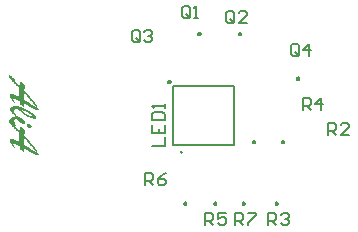
<source format=gto>
%FSTAX23Y23*%
%MOIN*%
%SFA1B1*%

%IPPOS*%
%ADD10C,0.007870*%
%ADD11C,0.003940*%
%ADD12C,0.007000*%
%LNpcb1-1*%
%LPD*%
G36*
X02453Y02834D02*
X02454Y02834D01*
X02455Y02834*
X02456Y02833*
X02458Y02832*
X0246Y02831*
X0246Y02831*
X0246Y0283*
X02461Y02829*
X02463Y02829*
X02464Y02827*
X02466Y02826*
X02467Y02824*
X02469Y02823*
X02469Y02823*
X02469Y02822*
X0247Y02821*
X02471Y0282*
X02471Y02819*
X02472Y02818*
X02473Y02817*
X02473Y02815*
Y02815*
X02473Y02815*
X02473Y02814*
X02472Y02813*
X02487Y028*
Y028*
X02487Y028*
Y02801*
X02487Y02801*
Y02803*
X02487Y02804*
X02487Y02805*
Y02807*
X02487Y02808*
Y02809*
X02487Y02811*
X02488Y02811*
X02488Y02812*
X02488Y02812*
X02488Y02813*
X02489Y02813*
X02489Y02813*
X0249Y02813*
X0249*
X02491Y02813*
X02491Y02813*
X02493Y02813*
X02494Y02812*
X02496Y02811*
X02497Y0281*
X02498Y02809*
X02499Y02808*
X025Y02807*
X025Y02807*
X02501Y02806*
X02501Y02806*
X02502Y02805*
X02503Y02804*
X02503Y02803*
X02504Y02801*
X02505Y028*
Y028*
X02505Y028*
X02505Y02799*
X02505Y02797*
X02505Y02796*
X02505Y02794*
X02506Y02791*
Y02788*
X02505Y02789*
X02505Y0279*
X02505Y02791*
X02505Y02794*
X02504Y02795*
X02504Y02796*
Y02796*
X02504Y02796*
X02503Y02797*
X02502Y02797*
X02502Y02798*
X02501Y02798*
Y02787*
X02501Y02786*
Y02785*
X02501Y02785*
X02502Y02785*
X02502Y02784*
X02503Y02783*
X02504Y02782*
X02505Y02781*
X02507Y0278*
X02508Y02778*
X02511Y02775*
X02514Y02771*
X02518Y02768*
X02521Y02764*
X02521Y02764*
X02521Y02764*
X02522Y02763*
X02522Y02762*
X02523Y02761*
X02524Y0276*
X02525Y02759*
X02526Y02758*
X02529Y02755*
X02531Y02751*
X02534Y02748*
X02537Y02744*
X02537Y02744*
X02537Y02743*
X02538Y02743*
X02538Y02742*
X02539Y02741*
X0254Y0274*
X02541Y02738*
X02542Y02737*
X02543Y02735*
X02544Y02734*
X02546Y0273*
X02549Y02726*
X02551Y02721*
X02551Y02721*
X02551Y02721*
X0255Y0272*
X02549Y0272*
X02548Y02719*
X02547Y02719*
X02546Y02719*
X02545Y02719*
X02544*
X02544*
X02544Y02719*
X02543Y02719*
X02542Y02719*
X02541Y02719*
X0254Y0272*
X02538Y02721*
X02538Y02721*
X02537Y02721*
X02536Y02721*
X02535Y02722*
X02533Y02723*
X02532Y02724*
X02531Y02725*
X02529Y02725*
X02528Y02726*
X02526Y02727*
X02524Y02728*
X02524*
X02524Y02728*
X02523Y02729*
X02523Y02729*
X02522Y0273*
X02521Y0273*
X02519Y02731*
X02518Y02732*
X02516Y02733*
X02515Y02734*
X02511Y02736*
X02507Y02738*
X02503Y0274*
Y02735*
X02503Y02734*
Y0273*
X02503Y0273*
Y02729*
X02503Y02729*
X02502Y02728*
X02501Y02728*
X02501*
X02501Y02728*
X025Y02729*
X02499Y02729*
X02499Y0273*
X02499Y0273*
X02498Y0273*
X02497Y02731*
X02497Y02731*
X02496Y02732*
X02494Y02733*
X02494Y02733*
X02494Y02734*
X02493Y02734*
X02492Y02735*
X02491Y02736*
X0249Y02737*
X02488Y02739*
X02487Y02749*
X02487Y02749*
X02486Y0275*
X02485Y0275*
X02484Y0275*
X02483Y02751*
X02482Y02752*
X02479Y02753*
X02475Y02755*
X02474Y02756*
X02473Y02756*
X02471Y02757*
X0247Y02757*
X02469Y02757*
X02469Y02758*
X02469*
X02469*
X02468Y02757*
X02467Y02757*
X02467Y02757*
X02466Y02756*
X02466Y02755*
X02466Y02754*
Y02754*
X02466Y02754*
X02466Y02753*
X02467Y02753*
X02467Y02752*
X02467Y02752*
X02468Y02751*
X02468Y0275*
X02469Y02749*
X02469Y02747*
X0247Y02746*
X02471Y02744*
X02472Y02742*
X02469Y02743*
X02468Y02743*
X02468Y02744*
X02467Y02745*
X02466Y02746*
X02465Y02748*
X02464Y02749*
X02462Y0275*
X02461Y02752*
X02461Y02752*
X02461Y02752*
X02461Y02753*
X0246Y02754*
X02459Y02755*
X02457Y02757*
X02457Y02758*
X02457Y02758*
X02457Y02758*
X02456Y02759*
X02456Y0276*
X02455Y02762*
Y02762*
X02455Y02762*
X02455Y02763*
X02455Y02763*
X02454Y02764*
X02454Y02766*
Y02766*
X02454Y02767*
X02454Y02767*
X02455Y02768*
X02455Y02769*
X02455Y0277*
X02456Y02771*
X02456Y02771*
X02457Y02771*
X02457Y02771*
X02458Y02772*
X02459Y02772*
X0246Y02772*
X02461Y02773*
X02462Y02773*
X02462*
X02463*
X02463Y02773*
X02464*
X02464Y02772*
X02465Y02772*
X02466Y02772*
X02467Y02772*
X02467*
X02467Y02771*
X02468Y02771*
X02469Y02771*
X0247Y0277*
X02471Y0277*
X02473Y02769*
X02473Y02769*
X02474Y02769*
X02474Y02768*
X02476Y02768*
X02476Y02767*
X02477Y02767*
X02479Y02766*
X0248Y02765*
X02481Y02765*
X02483Y02764*
X02484Y02763*
X02486Y02762*
Y02763*
X02486Y02765*
Y02769*
X02486Y02771*
Y02779*
X02486Y02781*
Y02788*
X02486Y02791*
X02486Y02792*
X02486Y02792*
X02485Y02792*
X02485Y02793*
X02484Y02794*
X02483Y02795*
X02482Y02796*
X0248Y02797*
X0248Y02797*
X0248Y02798*
X02479Y02798*
X02478Y02799*
X02477Y028*
X02476Y02801*
X02474Y02803*
X02474Y02803*
X02474Y02804*
X02473Y02804*
X02472Y02805*
X02471Y02807*
X02469Y02808*
X02469Y02809*
X02469Y02809*
X02468Y02809*
X02468Y0281*
X02467Y02811*
X02466Y02812*
X02466Y02812*
X02465Y02812*
X02465Y02813*
X02464Y02813*
X02463Y02814*
X02462Y02816*
X0246Y02818*
X02458Y02819*
X02457Y02821*
X02456Y02822*
X02456Y02822*
X02456Y02822*
X02455Y02823*
X02455Y02823*
X02454Y02824*
X02453Y02825*
X02451Y02827*
X02451Y02827*
X02451Y02828*
X02451Y02828*
X02451Y02829*
X0245Y0283*
X0245Y02831*
X0245Y02832*
Y02832*
X0245Y02833*
X0245Y02834*
X02451Y02834*
X02451Y02834*
X02452Y02835*
X02452*
X02452*
X02453Y02834*
G37*
G36*
X02477Y02732D02*
X02478D01*
X02479Y02732*
X0248Y02732*
X02483Y02731*
X02485Y02731*
X02489Y0273*
X02492Y02729*
X02493*
X02493Y02729*
X02493Y02728*
X02494Y02728*
X02495Y02728*
X02496Y02727*
X02497Y02727*
X02499Y02726*
X02502Y02725*
X02505Y02723*
X02509Y02722*
X02513Y0272*
X02513Y02719*
X02513Y02719*
X02514Y02719*
X02515Y02719*
X02516Y02718*
X02517Y02717*
X02519Y02716*
X02522Y02714*
X02525Y02712*
X02528Y0271*
X02531Y02708*
X02531Y02708*
X02531Y02707*
X02532Y02707*
X02532Y02707*
X02533Y02705*
X02535Y02704*
X02537Y02702*
X02539Y027*
X0254Y02698*
X02542Y02696*
X02542Y02696*
X02542Y02696*
X02542Y02695*
X02543Y02694*
X02543Y02693*
Y02693*
X02543Y02692*
X02542Y02691*
X02542Y02691*
X02542Y02691*
X02541Y02691*
X02541*
X02541Y0269*
X0254Y0269*
X02539*
X02538Y0269*
X02537*
X02537*
X02537*
X02536*
X02535Y0269*
X02534Y0269*
X02533Y02691*
X02532Y02691*
X0253Y02691*
X02529Y02692*
X02527Y02692*
X02525Y02693*
X02523Y02694*
X0252Y02695*
X02518Y02696*
X02515Y02697*
X02513Y02698*
X02512Y02699*
X02512Y02699*
X02511Y02699*
X0251Y027*
X02509Y02701*
X02507Y02702*
X02506Y02703*
X02503Y02704*
X02501Y02706*
X02499Y02708*
X02497Y02709*
X02494Y02711*
X02491Y02714*
X02489Y02716*
X02486Y02718*
X02483Y02721*
X02483*
X02482Y02721*
X02482Y02721*
X02481*
X02479Y02722*
X02478Y02722*
X02477*
X02477*
X02477*
X02476Y02722*
X02475Y02721*
X02474Y02721*
X02472Y02721*
X02471Y0272*
X0247Y0272*
X0247Y0272*
X0247Y02719*
X02469Y02719*
X02469Y02718*
X02468Y02718*
X02467Y02717*
X02467Y02716*
X02467Y02714*
Y02714*
X02467Y02714*
Y02713*
X02468Y02712*
X02468Y0271*
X02469Y0271*
X02469Y0271*
X02469Y0271*
X02469Y02709*
X0247Y02708*
X02472Y02706*
X02472Y02706*
X02472Y02705*
X02473Y02705*
X02474Y02704*
X02475Y02703*
X02476Y02701*
X02478Y02699*
X02479Y02698*
X02481Y02698*
X02481*
X02481Y02698*
X02482Y02697*
X02483Y02697*
X02484Y02697*
X02485Y02696*
X02485*
X02485Y02696*
X02486Y02696*
X02486Y02696*
X02487Y02695*
X02488Y02695*
X02489Y02694*
X0249Y02693*
X0249Y02693*
X02491Y02693*
X02492Y02692*
X02493Y02692*
X02494Y02691*
X02495Y0269*
X02497Y02689*
X02498Y02687*
X02501Y02684*
X02503Y02683*
X02504Y02681*
X02505Y0268*
X02506Y02678*
X02506Y02676*
X02506Y02675*
Y02674*
X02506Y02673*
X02506Y02673*
X02505Y02672*
X02505Y02671*
X02504Y02671*
X02503Y02671*
X02503*
X02502*
X02502Y02671*
X02501Y02671*
X025Y02671*
X02499Y02672*
X02497Y02672*
X02496Y02673*
X02495Y02673*
X02495Y02674*
X02494Y02674*
X02493Y02675*
X02491Y02677*
X0249Y02677*
X02489Y02678*
X02489Y02679*
X02488Y02679*
X02488Y02679*
X02487Y0268*
X02485Y02682*
X02484Y02683*
X02483Y02684*
X02481Y02686*
X0248Y02686*
X0248Y02687*
X0248Y02687*
X02479Y02687*
X02479Y02687*
X02478Y02688*
X02477Y02688*
X02476Y02688*
X02475Y02688*
X02475*
X02474*
X02474Y02688*
X02473Y02688*
X02473Y02688*
X02472Y02688*
X02471Y02687*
X02471Y02686*
X0247Y02686*
X0247Y02686*
X0247Y02686*
X0247Y02685*
X02469Y02684*
X02469Y02684*
X02469Y02682*
X02469Y02681*
Y02681*
X02469Y0268*
X02469Y02679*
X0247Y02678*
X0247Y02677*
X02471Y02675*
X02471Y02674*
X02471Y02674*
X02472Y02673*
X02472Y02672*
X02473Y02671*
X02474Y0267*
X02476Y02668*
X02477Y02666*
X02479Y02664*
X02474*
X02474Y02664*
X02474Y02664*
X02473Y02664*
X02473Y02665*
X02473Y02665*
X02473Y02664*
X02472Y02663*
X02487Y0265*
Y0265*
X02487Y0265*
Y02651*
X02487Y02651*
Y02653*
X02487Y02654*
X02487Y02655*
Y02657*
X02487Y02658*
Y02659*
X02487Y02661*
X02488Y02661*
X02488Y02662*
X02488Y02662*
X02488Y02663*
X02489Y02663*
X02489Y02663*
X0249Y02663*
X0249*
X02491Y02663*
X02491Y02663*
X02493Y02663*
X02494Y02662*
X02496Y02661*
X02497Y0266*
X02498Y02659*
X02499Y02658*
X025Y02657*
X025Y02657*
X02501Y02656*
X02501Y02656*
X02502Y02655*
X02503Y02654*
X02503Y02653*
X02504Y02651*
X02505Y0265*
Y0265*
X02505Y0265*
X02505Y02649*
X02505Y02647*
X02505Y02646*
X02505Y02644*
X02506Y02641*
Y02638*
X02505Y02639*
X02505Y0264*
X02505Y02641*
X02505Y02644*
X02504Y02645*
X02504Y02646*
Y02646*
X02504Y02646*
X02503Y02647*
X02502Y02647*
X02502Y02648*
X02501Y02648*
Y02637*
X02501Y02636*
Y02635*
X02501Y02635*
X02502Y02635*
X02502Y02634*
X02503Y02633*
X02504Y02632*
X02505Y02631*
X02507Y0263*
X02508Y02628*
X02511Y02625*
X02514Y02621*
X02518Y02618*
X02521Y02614*
X02521Y02614*
X02521Y02614*
X02522Y02613*
X02522Y02612*
X02523Y02611*
X02524Y0261*
X02525Y02609*
X02526Y02608*
X02529Y02605*
X02531Y02601*
X02534Y02598*
X02537Y02594*
X02537Y02594*
X02537Y02593*
X02538Y02593*
X02538Y02592*
X02539Y02591*
X0254Y0259*
X02541Y02588*
X02542Y02587*
X02543Y02585*
X02544Y02584*
X02546Y0258*
X02549Y02576*
X02551Y02571*
X02551Y02571*
X02551Y02571*
X0255Y0257*
X02549Y0257*
X02548Y02569*
X02547Y02569*
X02546Y02569*
X02545Y02569*
X02544*
X02544*
X02544Y02569*
X02543Y02569*
X02542Y02569*
X02541Y02569*
X0254Y0257*
X02538Y02571*
X02538Y02571*
X02537Y02571*
X02536Y02571*
X02535Y02572*
X02533Y02573*
X02532Y02574*
X02531Y02575*
X02529Y02575*
X02528Y02576*
X02526Y02577*
X02524Y02578*
X02524*
X02524Y02578*
X02523Y02579*
X02523Y02579*
X02522Y0258*
X02521Y0258*
X02519Y02581*
X02518Y02582*
X02516Y02583*
X02515Y02584*
X02511Y02586*
X02507Y02588*
X02503Y0259*
Y02585*
X02503Y02584*
Y0258*
X02503Y0258*
Y02579*
X02503Y02579*
X02502Y02578*
X02501Y02578*
X02501*
X02501Y02578*
X025Y02579*
X02499Y02579*
X02499Y0258*
X02499Y0258*
X02498Y0258*
X02497Y02581*
X02497Y02581*
X02496Y02582*
X02494Y02583*
X02494Y02583*
X02494Y02584*
X02493Y02584*
X02492Y02585*
X02491Y02586*
X0249Y02587*
X02488Y02589*
X02487Y02599*
X02487Y02599*
X02486Y026*
X02485Y026*
X02484Y026*
X02483Y02601*
X02482Y02602*
X02479Y02603*
X02475Y02605*
X02474Y02606*
X02473Y02606*
X02471Y02607*
X0247Y02607*
X02469Y02607*
X02469Y02608*
X02469*
X02469*
X02468Y02607*
X02467Y02607*
X02467Y02607*
X02466Y02606*
X02466Y02605*
X02466Y02604*
Y02604*
X02466Y02604*
X02466Y02603*
X02467Y02603*
X02467Y02602*
X02467Y02602*
X02468Y02601*
X02468Y026*
X02469Y02599*
X02469Y02597*
X0247Y02596*
X02471Y02594*
X02472Y02592*
X02469Y02593*
X02468Y02593*
X02468Y02594*
X02467Y02595*
X02466Y02596*
X02465Y02598*
X02464Y02599*
X02462Y026*
X02461Y02602*
X02461Y02602*
X02461Y02602*
X02461Y02603*
X0246Y02604*
X02459Y02605*
X02457Y02607*
X02457Y02608*
X02457Y02608*
X02457Y02608*
X02456Y02609*
X02456Y0261*
X02455Y02612*
Y02612*
X02455Y02612*
X02455Y02613*
X02455Y02613*
X02454Y02614*
X02454Y02616*
Y02616*
X02454Y02617*
X02454Y02617*
X02455Y02618*
X02455Y02619*
X02455Y0262*
X02456Y02621*
X02456Y02621*
X02457Y02621*
X02457Y02621*
X02458Y02622*
X02459Y02622*
X0246Y02622*
X02461Y02623*
X02462Y02623*
X02462*
X02463*
X02463Y02623*
X02464*
X02464Y02622*
X02465Y02622*
X02466Y02622*
X02467Y02622*
X02467*
X02467Y02621*
X02468Y02621*
X02469Y02621*
X0247Y0262*
X02471Y0262*
X02473Y02619*
X02473Y02619*
X02474Y02619*
X02474Y02618*
X02476Y02618*
X02476Y02617*
X02477Y02617*
X02479Y02616*
X0248Y02615*
X02481Y02615*
X02483Y02614*
X02484Y02613*
X02486Y02612*
Y02613*
X02486Y02615*
Y02619*
X02486Y02621*
Y02629*
X02486Y02631*
Y02638*
X02486Y02641*
X02486Y02642*
X02486Y02642*
X02485Y02642*
X02485Y02643*
X02484Y02644*
X02483Y02645*
X02482Y02646*
X0248Y02647*
X0248Y02647*
X0248Y02648*
X02479Y02648*
X02478Y02649*
X02477Y0265*
X02476Y02651*
X02474Y02653*
X02474Y02653*
X02474Y02654*
X02473Y02654*
X02472Y02655*
X02471Y02657*
X02469Y02658*
X02469Y02659*
X02469Y02659*
X02468Y02659*
X02468Y0266*
X02467Y02661*
X02466Y02662*
X02466Y02662*
X02465Y02662*
X02465Y02663*
X02464Y02663*
X02463Y02664*
X02462Y02666*
X0246Y02668*
X02458Y02669*
X02457Y02671*
X02456Y02672*
X02456Y02672*
X02456Y02672*
X02455Y02673*
X02455Y02673*
X02454Y02674*
X02453Y02675*
X02451Y02677*
X02451Y02677*
X02451Y02678*
X02451Y02678*
X02451Y02679*
X0245Y0268*
X0245Y02681*
X0245Y02682*
Y02682*
X0245Y02683*
X0245Y02684*
X02451Y02684*
X02451Y02684*
X02452Y02685*
X02452*
X02452*
X02453Y02684*
X02454Y02684*
X02455Y02684*
X02456Y02683*
X02457Y02682*
X02457Y02683*
X02456Y02685*
X02456Y02687*
Y02687*
X02456Y02688*
X02456Y02689*
X02457Y0269*
X02458Y02691*
X02459Y02693*
X0246Y02694*
X02461Y02695*
X02462Y02695*
X02462*
X02462Y02695*
X02463Y02696*
X02463Y02696*
X02464Y02696*
X02466Y02697*
X02468Y02697*
X0247Y02698*
X02473Y02698*
X02473Y02698*
X02473Y02698*
X02472Y02699*
X0247Y02701*
X02469Y02702*
X02467Y02704*
X02465Y02706*
X02461Y0271*
X0246Y02712*
X02458Y02714*
X02457Y02716*
X02456Y02718*
X02455Y0272*
X02455Y02721*
Y02722*
X02455Y02722*
X02455Y02723*
X02456Y02724*
X02456Y02726*
X02457Y02727*
X02459Y02728*
X0246Y02729*
X02461Y02729*
X02461*
X02461Y0273*
X02462Y0273*
X02463Y0273*
X02464Y02731*
X02467Y02731*
X02469Y02732*
X02472Y02732*
X02475Y02732*
X02475*
X02475*
X02476*
X02476*
X02477Y02732*
G37*
G36*
X02517Y02673D02*
X02518Y02673D01*
X02519Y02673*
X0252Y02672*
X02522Y02671*
X02523Y0267*
X02523Y0267*
X02524Y0267*
X02524Y02669*
X02525Y02668*
X02526Y02668*
X02526Y02667*
X02527Y02665*
X02527Y02664*
Y02664*
X02527Y02663*
Y02663*
X02526Y02662*
X02526Y02661*
X02526Y02661*
Y02661*
X02525Y0266*
X02525Y0266*
X02524Y02659*
X02523Y02659*
X02522*
X02522*
X02521*
X02521Y02659*
X0252Y02659*
X02519Y0266*
X02518Y0266*
X02516Y02661*
X02515Y02662*
X02515Y02662*
X02515Y02663*
X02514Y02663*
X02513Y02664*
X02513Y02665*
X02512Y02666*
X02512Y02667*
X02511Y02668*
Y02669*
X02512Y0267*
X02512Y02671*
X02513Y02672*
X02513*
X02513Y02672*
X02514Y02673*
X02515Y02673*
X02515Y02673*
X02516Y02673*
X02516*
X02517*
X02517Y02673*
G37*
%LNpcb1-2*%
%LPC*%
G36*
X02503Y02775D02*
X02503Y02752D01*
X02503*
X02503Y02752*
X02504Y02752*
X02504Y02751*
X02506Y02751*
X02507Y0275*
X02509Y02749*
X02511Y02748*
X02513Y02747*
X02514Y02746*
X02515Y02745*
X02515Y02745*
X02516Y02745*
X02517Y02744*
X02518Y02743*
X0252Y02742*
X02522Y02741*
X02524Y0274*
X02524Y0274*
X02524Y02739*
X02525Y02739*
X02526Y02738*
X02528Y02737*
X02529Y02736*
X02531Y02736*
X02532Y02735*
X02532Y02735*
X02533Y02734*
X02533Y02734*
X02534Y02733*
X02536Y02732*
X02537Y02732*
X02538Y02731*
X0254Y0273*
X0254Y0273*
X0254Y02731*
X02539Y02732*
X02538Y02733*
X02537Y02735*
X02536Y02736*
X02534Y02738*
X02533Y0274*
X02533Y02741*
X02532Y02741*
X02531Y02742*
X0253Y02744*
X02529Y02746*
X02527Y02748*
X02525Y0275*
X02523Y02753*
Y02753*
X02523Y02753*
X02523Y02753*
X02522Y02754*
X02521Y02755*
X0252Y02757*
X02519Y02758*
X02517Y0276*
X02515Y02762*
X02513Y02764*
X02513Y02765*
X02512Y02765*
X02511Y02766*
X0251Y02768*
X02508Y02769*
X02507Y02771*
X02505Y02773*
X02503Y02775*
G37*
G36*
X02493Y02718D02*
X02493Y02718D01*
X02494Y02718*
X02494Y02717*
X02495Y02716*
X02497Y02715*
X02498Y02714*
X025Y02713*
X02501Y02711*
X02502Y02711*
X02502Y02711*
X02503Y0271*
X02504Y02709*
X02506Y02708*
X02507Y02707*
X02509Y02706*
X02511Y02705*
X02511Y02705*
X02512Y02704*
X02513Y02704*
X02514Y02703*
X02516Y02702*
X02517Y02701*
X02521Y027*
X02521Y027*
X02521Y027*
X02522Y02699*
X02523Y02699*
X02525Y02698*
X02526Y02698*
X02527Y02698*
X02527*
X02527*
X02528Y02698*
X02529Y02699*
X02529Y02699*
X02529Y02699*
Y02699*
X02529Y027*
X02528Y027*
X02528Y02701*
X02528Y02701*
X02527Y02702*
X02526Y02703*
X02525Y02704*
X02524Y02704*
X02523Y02705*
X02522Y02706*
X02521Y02707*
X02519Y02708*
X02518Y02709*
X02516Y0271*
X02514Y02711*
X02514*
X02513Y02711*
X02513Y02711*
X02512Y02712*
X02511Y02712*
X0251Y02713*
X02509Y02713*
X02507Y02714*
X02504Y02715*
X02501Y02716*
X02497Y02718*
X02493Y02718*
G37*
G36*
X02503Y02625D02*
X02503Y02602D01*
X02503*
X02503Y02602*
X02504Y02602*
X02504Y02601*
X02506Y02601*
X02507Y026*
X02509Y02599*
X02511Y02598*
X02513Y02597*
X02514Y02596*
X02515Y02595*
X02515Y02595*
X02516Y02595*
X02517Y02594*
X02518Y02593*
X0252Y02592*
X02522Y02591*
X02524Y0259*
X02524Y0259*
X02524Y02589*
X02525Y02589*
X02526Y02588*
X02528Y02587*
X02529Y02586*
X02531Y02586*
X02532Y02585*
X02532Y02585*
X02533Y02584*
X02533Y02584*
X02534Y02583*
X02536Y02582*
X02537Y02582*
X02538Y02581*
X0254Y0258*
X0254Y0258*
X0254Y02581*
X02539Y02582*
X02538Y02583*
X02537Y02585*
X02536Y02586*
X02534Y02588*
X02533Y0259*
X02533Y02591*
X02532Y02591*
X02531Y02592*
X0253Y02594*
X02529Y02596*
X02527Y02598*
X02525Y026*
X02523Y02603*
Y02603*
X02523Y02603*
X02523Y02603*
X02522Y02604*
X02521Y02605*
X0252Y02607*
X02519Y02608*
X02517Y0261*
X02515Y02612*
X02513Y02614*
X02513Y02615*
X02512Y02615*
X02511Y02616*
X0251Y02618*
X02508Y02619*
X02507Y02621*
X02505Y02623*
X02503Y02625*
G37*
%LNpcb1-3*%
%LPD*%
G54D10*
X0299Y02813D02*
D01*
X0299Y02814*
X0299Y02814*
X0299Y02814*
X0299Y02814*
X0299Y02815*
X0299Y02815*
X0299Y02815*
X02989Y02815*
X02989Y02816*
X02989Y02816*
X02989Y02816*
X02989Y02816*
X02989Y02816*
X02988Y02817*
X02988Y02817*
X02988Y02817*
X02988Y02817*
X02987Y02817*
X02987Y02817*
X02987Y02817*
X02987Y02817*
X02986Y02817*
X02986*
X02986Y02817*
X02985Y02817*
X02985Y02817*
X02985Y02817*
X02985Y02817*
X02984Y02817*
X02984Y02817*
X02984Y02817*
X02984Y02816*
X02983Y02816*
X02983Y02816*
X02983Y02816*
X02983Y02816*
X02983Y02815*
X02983Y02815*
X02983Y02815*
X02982Y02815*
X02982Y02814*
X02982Y02814*
X02982Y02814*
X02982Y02814*
X02982Y02813*
D01*
X02982Y02813*
X02982Y02813*
X02982Y02813*
X02982Y02812*
X02982Y02812*
X02983Y02812*
X02983Y02811*
X02983Y02811*
X02983Y02811*
X02983Y02811*
X02983Y02811*
X02983Y0281*
X02984Y0281*
X02984Y0281*
X02984Y0281*
X02984Y0281*
X02985Y0281*
X02985Y0281*
X02985Y02809*
X02985Y02809*
X02986Y02809*
X02986Y02809*
X02986*
X02987Y02809*
X02987Y02809*
X02987Y02809*
X02987Y0281*
X02988Y0281*
X02988Y0281*
X02988Y0281*
X02988Y0281*
X02989Y0281*
X02989Y0281*
X02989Y02811*
X02989Y02811*
X02989Y02811*
X02989Y02811*
X0299Y02811*
X0299Y02812*
X0299Y02812*
X0299Y02812*
X0299Y02813*
X0299Y02813*
X0299Y02813*
Y02813*
D01*
X0299Y02814*
X0299Y02814*
X0299Y02814*
X0299Y02814*
X0299Y02815*
X0299Y02815*
X0299Y02815*
X02989Y02815*
X02989Y02816*
X02989Y02816*
X02989Y02816*
X02989Y02816*
X02989Y02816*
X02988Y02817*
X02988Y02817*
X02988Y02817*
X02988Y02817*
X02987Y02817*
X02987Y02817*
X02987Y02817*
X02987Y02817*
X02986Y02817*
X02986*
X02986Y02817*
X02985Y02817*
X02985Y02817*
X02985Y02817*
X02985Y02817*
X02984Y02817*
X02984Y02817*
X02984Y02817*
X02984Y02816*
X02983Y02816*
X02983Y02816*
X02983Y02816*
X02983Y02816*
X02983Y02815*
X02983Y02815*
X02983Y02815*
X02982Y02815*
X02982Y02814*
X02982Y02814*
X02982Y02814*
X02982Y02814*
X02982Y02813*
X03086Y02977D02*
D01*
X03085Y02977*
X03085Y02977*
X03085Y02977*
X03085Y02977*
X03084Y02976*
X03084Y02976*
X03084Y02976*
X03084Y02976*
X03083Y02976*
X03083Y02976*
X03083Y02976*
X03083Y02975*
X03083Y02975*
X03082Y02975*
X03082Y02975*
X03082Y02974*
X03082Y02974*
X03082Y02974*
X03082Y02974*
X03082Y02973*
X03082Y02973*
X03082Y02973*
Y02973*
X03082Y02972*
X03082Y02972*
X03082Y02972*
X03082Y02972*
X03082Y02971*
X03082Y02971*
X03082Y02971*
X03082Y02971*
X03083Y0297*
X03083Y0297*
X03083Y0297*
X03083Y0297*
X03083Y0297*
X03084Y02969*
X03084Y02969*
X03084Y02969*
X03084Y02969*
X03085Y02969*
X03085Y02969*
X03085Y02969*
X03085Y02969*
X03086Y02969*
D01*
X03086Y02969*
X03086Y02969*
X03086Y02969*
X03087Y02969*
X03087Y02969*
X03087Y02969*
X03088Y02969*
X03088Y02969*
X03088Y0297*
X03088Y0297*
X03088Y0297*
X03089Y0297*
X03089Y0297*
X03089Y02971*
X03089Y02971*
X03089Y02971*
X03089Y02971*
X03089Y02972*
X0309Y02972*
X0309Y02972*
X0309Y02972*
X0309Y02973*
Y02973*
X0309Y02973*
X0309Y02973*
X0309Y02974*
X03089Y02974*
X03089Y02974*
X03089Y02974*
X03089Y02975*
X03089Y02975*
X03089Y02975*
X03089Y02975*
X03088Y02976*
X03088Y02976*
X03088Y02976*
X03088Y02976*
X03088Y02976*
X03087Y02976*
X03087Y02976*
X03087Y02977*
X03086Y02977*
X03086Y02977*
X03086Y02977*
X03086*
D01*
X03085Y02977*
X03085Y02977*
X03085Y02977*
X03085Y02977*
X03084Y02976*
X03084Y02976*
X03084Y02976*
X03084Y02976*
X03083Y02976*
X03083Y02976*
X03083Y02976*
X03083Y02975*
X03083Y02975*
X03082Y02975*
X03082Y02975*
X03082Y02974*
X03082Y02974*
X03082Y02974*
X03082Y02974*
X03082Y02973*
X03082Y02973*
X03082Y02973*
Y02973*
X03082Y02972*
X03082Y02972*
X03082Y02972*
X03082Y02972*
X03082Y02971*
X03082Y02971*
X03082Y02971*
X03082Y02971*
X03083Y0297*
X03083Y0297*
X03083Y0297*
X03083Y0297*
X03083Y0297*
X03084Y02969*
X03084Y02969*
X03084Y02969*
X03084Y02969*
X03085Y02969*
X03085Y02969*
X03085Y02969*
X03085Y02969*
X03086Y02969*
X03221Y02977D02*
D01*
X0322Y02977*
X0322Y02977*
X0322Y02977*
X0322Y02977*
X03219Y02976*
X03219Y02976*
X03219Y02976*
X03219Y02976*
X03218Y02976*
X03218Y02976*
X03218Y02976*
X03218Y02975*
X03218Y02975*
X03217Y02975*
X03217Y02975*
X03217Y02974*
X03217Y02974*
X03217Y02974*
X03217Y02974*
X03217Y02973*
X03217Y02973*
X03217Y02973*
Y02973*
X03217Y02972*
X03217Y02972*
X03217Y02972*
X03217Y02972*
X03217Y02971*
X03217Y02971*
X03217Y02971*
X03217Y02971*
X03218Y0297*
X03218Y0297*
X03218Y0297*
X03218Y0297*
X03218Y0297*
X03219Y02969*
X03219Y02969*
X03219Y02969*
X03219Y02969*
X0322Y02969*
X0322Y02969*
X0322Y02969*
X0322Y02969*
X03221Y02969*
D01*
X03221Y02969*
X03221Y02969*
X03221Y02969*
X03222Y02969*
X03222Y02969*
X03222Y02969*
X03223Y02969*
X03223Y02969*
X03223Y0297*
X03223Y0297*
X03223Y0297*
X03224Y0297*
X03224Y0297*
X03224Y02971*
X03224Y02971*
X03224Y02971*
X03224Y02971*
X03224Y02972*
X03225Y02972*
X03225Y02972*
X03225Y02972*
X03225Y02973*
Y02973*
X03225Y02973*
X03225Y02973*
X03225Y02974*
X03224Y02974*
X03224Y02974*
X03224Y02974*
X03224Y02975*
X03224Y02975*
X03224Y02975*
X03224Y02975*
X03223Y02976*
X03223Y02976*
X03223Y02976*
X03223Y02976*
X03223Y02976*
X03222Y02976*
X03222Y02976*
X03222Y02977*
X03221Y02977*
X03221Y02977*
X03221Y02977*
X03221*
D01*
X0322Y02977*
X0322Y02977*
X0322Y02977*
X0322Y02977*
X03219Y02976*
X03219Y02976*
X03219Y02976*
X03219Y02976*
X03218Y02976*
X03218Y02976*
X03218Y02976*
X03218Y02975*
X03218Y02975*
X03217Y02975*
X03217Y02975*
X03217Y02974*
X03217Y02974*
X03217Y02974*
X03217Y02974*
X03217Y02973*
X03217Y02973*
X03217Y02973*
Y02973*
X03217Y02972*
X03217Y02972*
X03217Y02972*
X03217Y02972*
X03217Y02971*
X03217Y02971*
X03217Y02971*
X03217Y02971*
X03218Y0297*
X03218Y0297*
X03218Y0297*
X03218Y0297*
X03218Y0297*
X03219Y02969*
X03219Y02969*
X03219Y02969*
X03219Y02969*
X0322Y02969*
X0322Y02969*
X0322Y02969*
X0322Y02969*
X03221Y02969*
X03419Y02824D02*
D01*
X03419Y02824*
X03419Y02824*
X03419Y02825*
X03419Y02825*
X03419Y02825*
X03419Y02826*
X03419Y02826*
X03418Y02826*
X03418Y02826*
X03418Y02826*
X03418Y02827*
X03418Y02827*
X03418Y02827*
X03417Y02827*
X03417Y02827*
X03417Y02827*
X03417Y02828*
X03416Y02828*
X03416Y02828*
X03416Y02828*
X03416Y02828*
X03415Y02828*
X03415*
X03415Y02828*
X03414Y02828*
X03414Y02828*
X03414Y02828*
X03414Y02828*
X03413Y02827*
X03413Y02827*
X03413Y02827*
X03413Y02827*
X03412Y02827*
X03412Y02827*
X03412Y02826*
X03412Y02826*
X03412Y02826*
X03412Y02826*
X03412Y02826*
X03411Y02825*
X03411Y02825*
X03411Y02825*
X03411Y02824*
X03411Y02824*
X03411Y02824*
D01*
X03411Y02824*
X03411Y02823*
X03411Y02823*
X03411Y02823*
X03411Y02823*
X03412Y02822*
X03412Y02822*
X03412Y02822*
X03412Y02822*
X03412Y02821*
X03412Y02821*
X03412Y02821*
X03413Y02821*
X03413Y02821*
X03413Y0282*
X03413Y0282*
X03414Y0282*
X03414Y0282*
X03414Y0282*
X03414Y0282*
X03415Y0282*
X03415Y0282*
X03415*
X03416Y0282*
X03416Y0282*
X03416Y0282*
X03416Y0282*
X03417Y0282*
X03417Y0282*
X03417Y0282*
X03417Y02821*
X03418Y02821*
X03418Y02821*
X03418Y02821*
X03418Y02821*
X03418Y02822*
X03418Y02822*
X03419Y02822*
X03419Y02822*
X03419Y02823*
X03419Y02823*
X03419Y02823*
X03419Y02823*
X03419Y02824*
X03419Y02824*
D01*
X03419Y02824*
X03419Y02824*
X03419Y02825*
X03419Y02825*
X03419Y02825*
X03419Y02826*
X03419Y02826*
X03418Y02826*
X03418Y02826*
X03418Y02826*
X03418Y02827*
X03418Y02827*
X03418Y02827*
X03417Y02827*
X03417Y02827*
X03417Y02827*
X03417Y02828*
X03416Y02828*
X03416Y02828*
X03416Y02828*
X03416Y02828*
X03415Y02828*
X03415*
X03415Y02828*
X03414Y02828*
X03414Y02828*
X03414Y02828*
X03414Y02828*
X03413Y02827*
X03413Y02827*
X03413Y02827*
X03413Y02827*
X03412Y02827*
X03412Y02827*
X03412Y02826*
X03412Y02826*
X03412Y02826*
X03412Y02826*
X03412Y02826*
X03411Y02825*
X03411Y02825*
X03411Y02825*
X03411Y02824*
X03411Y02824*
X03411Y02824*
X03273Y02612D02*
D01*
X03273Y02612*
X03273Y02612*
X03273Y02613*
X03273Y02613*
X03273Y02613*
X03273Y02613*
X03273Y02614*
X03273Y02614*
X03273Y02614*
X03273Y02614*
X03272Y02615*
X03272Y02615*
X03272Y02615*
X03272Y02615*
X03271Y02615*
X03271Y02615*
X03271Y02615*
X03271Y02616*
X0327Y02616*
X0327Y02616*
X0327Y02616*
X0327Y02616*
X03269*
X03269Y02616*
X03269Y02616*
X03269Y02616*
X03268Y02616*
X03268Y02615*
X03268Y02615*
X03268Y02615*
X03267Y02615*
X03267Y02615*
X03267Y02615*
X03267Y02615*
X03266Y02614*
X03266Y02614*
X03266Y02614*
X03266Y02614*
X03266Y02613*
X03266Y02613*
X03266Y02613*
X03266Y02613*
X03266Y02612*
X03266Y02612*
X03266Y02612*
D01*
X03266Y02612*
X03266Y02611*
X03266Y02611*
X03266Y02611*
X03266Y0261*
X03266Y0261*
X03266Y0261*
X03266Y0261*
X03266Y0261*
X03266Y02609*
X03267Y02609*
X03267Y02609*
X03267Y02609*
X03267Y02609*
X03268Y02608*
X03268Y02608*
X03268Y02608*
X03268Y02608*
X03269Y02608*
X03269Y02608*
X03269Y02608*
X03269Y02608*
X0327*
X0327Y02608*
X0327Y02608*
X0327Y02608*
X03271Y02608*
X03271Y02608*
X03271Y02608*
X03271Y02608*
X03272Y02609*
X03272Y02609*
X03272Y02609*
X03272Y02609*
X03273Y02609*
X03273Y0261*
X03273Y0261*
X03273Y0261*
X03273Y0261*
X03273Y0261*
X03273Y02611*
X03273Y02611*
X03273Y02611*
X03273Y02612*
X03273Y02612*
X03368D02*
D01*
X03368Y02612*
X03368Y02612*
X03368Y02613*
X03368Y02613*
X03368Y02613*
X03368Y02613*
X03368Y02614*
X03368Y02614*
X03368Y02614*
X03368Y02614*
X03367Y02615*
X03367Y02615*
X03367Y02615*
X03367Y02615*
X03366Y02615*
X03366Y02615*
X03366Y02615*
X03366Y02616*
X03365Y02616*
X03365Y02616*
X03365Y02616*
X03365Y02616*
X03364*
X03364Y02616*
X03364Y02616*
X03364Y02616*
X03363Y02616*
X03363Y02615*
X03363Y02615*
X03363Y02615*
X03362Y02615*
X03362Y02615*
X03362Y02615*
X03362Y02615*
X03361Y02614*
X03361Y02614*
X03361Y02614*
X03361Y02614*
X03361Y02613*
X03361Y02613*
X03361Y02613*
X03361Y02613*
X03361Y02612*
X03361Y02612*
X03361Y02612*
D01*
X03361Y02612*
X03361Y02611*
X03361Y02611*
X03361Y02611*
X03361Y0261*
X03361Y0261*
X03361Y0261*
X03361Y0261*
X03361Y0261*
X03361Y02609*
X03362Y02609*
X03362Y02609*
X03362Y02609*
X03362Y02609*
X03363Y02608*
X03363Y02608*
X03363Y02608*
X03363Y02608*
X03364Y02608*
X03364Y02608*
X03364Y02608*
X03364Y02608*
X03365*
X03365Y02608*
X03365Y02608*
X03365Y02608*
X03366Y02608*
X03366Y02608*
X03366Y02608*
X03366Y02608*
X03367Y02609*
X03367Y02609*
X03367Y02609*
X03367Y02609*
X03368Y02609*
X03368Y0261*
X03368Y0261*
X03368Y0261*
X03368Y0261*
X03368Y0261*
X03368Y02611*
X03368Y02611*
X03368Y02611*
X03368Y02612*
X03368Y02612*
X03043Y02407D02*
D01*
X03043Y02407*
X03043Y02407*
X03043Y02408*
X03043Y02408*
X03043Y02408*
X03043Y02408*
X03043Y02409*
X03043Y02409*
X03043Y02409*
X03043Y02409*
X03042Y0241*
X03042Y0241*
X03042Y0241*
X03042Y0241*
X03041Y0241*
X03041Y0241*
X03041Y0241*
X03041Y02411*
X0304Y02411*
X0304Y02411*
X0304Y02411*
X0304Y02411*
X03039*
X03039Y02411*
X03039Y02411*
X03039Y02411*
X03038Y02411*
X03038Y0241*
X03038Y0241*
X03038Y0241*
X03037Y0241*
X03037Y0241*
X03037Y0241*
X03037Y0241*
X03036Y02409*
X03036Y02409*
X03036Y02409*
X03036Y02409*
X03036Y02408*
X03036Y02408*
X03036Y02408*
X03036Y02408*
X03036Y02407*
X03036Y02407*
X03036Y02407*
D01*
X03036Y02407*
X03036Y02406*
X03036Y02406*
X03036Y02406*
X03036Y02405*
X03036Y02405*
X03036Y02405*
X03036Y02405*
X03036Y02405*
X03036Y02404*
X03037Y02404*
X03037Y02404*
X03037Y02404*
X03037Y02404*
X03038Y02403*
X03038Y02403*
X03038Y02403*
X03038Y02403*
X03039Y02403*
X03039Y02403*
X03039Y02403*
X03039Y02403*
X0304*
X0304Y02403*
X0304Y02403*
X0304Y02403*
X03041Y02403*
X03041Y02403*
X03041Y02403*
X03041Y02403*
X03042Y02404*
X03042Y02404*
X03042Y02404*
X03042Y02404*
X03043Y02404*
X03043Y02405*
X03043Y02405*
X03043Y02405*
X03043Y02405*
X03043Y02405*
X03043Y02406*
X03043Y02406*
X03043Y02406*
X03043Y02407*
X03043Y02407*
X03143D02*
D01*
X03143Y02407*
X03143Y02407*
X03143Y02408*
X03143Y02408*
X03143Y02408*
X03143Y02408*
X03143Y02409*
X03143Y02409*
X03143Y02409*
X03143Y02409*
X03142Y0241*
X03142Y0241*
X03142Y0241*
X03142Y0241*
X03141Y0241*
X03141Y0241*
X03141Y0241*
X03141Y02411*
X0314Y02411*
X0314Y02411*
X0314Y02411*
X0314Y02411*
X03139*
X03139Y02411*
X03139Y02411*
X03139Y02411*
X03138Y02411*
X03138Y0241*
X03138Y0241*
X03138Y0241*
X03137Y0241*
X03137Y0241*
X03137Y0241*
X03137Y0241*
X03136Y02409*
X03136Y02409*
X03136Y02409*
X03136Y02409*
X03136Y02408*
X03136Y02408*
X03136Y02408*
X03136Y02408*
X03136Y02407*
X03136Y02407*
X03136Y02407*
D01*
X03136Y02407*
X03136Y02406*
X03136Y02406*
X03136Y02406*
X03136Y02405*
X03136Y02405*
X03136Y02405*
X03136Y02405*
X03136Y02405*
X03136Y02404*
X03137Y02404*
X03137Y02404*
X03137Y02404*
X03137Y02404*
X03138Y02403*
X03138Y02403*
X03138Y02403*
X03138Y02403*
X03139Y02403*
X03139Y02403*
X03139Y02403*
X03139Y02403*
X0314*
X0314Y02403*
X0314Y02403*
X0314Y02403*
X03141Y02403*
X03141Y02403*
X03141Y02403*
X03141Y02403*
X03142Y02404*
X03142Y02404*
X03142Y02404*
X03142Y02404*
X03143Y02404*
X03143Y02405*
X03143Y02405*
X03143Y02405*
X03143Y02405*
X03143Y02405*
X03143Y02406*
X03143Y02406*
X03143Y02406*
X03143Y02407*
X03143Y02407*
X03238D02*
D01*
X03238Y02407*
X03238Y02407*
X03238Y02408*
X03238Y02408*
X03238Y02408*
X03238Y02408*
X03238Y02409*
X03238Y02409*
X03238Y02409*
X03238Y02409*
X03237Y0241*
X03237Y0241*
X03237Y0241*
X03237Y0241*
X03236Y0241*
X03236Y0241*
X03236Y0241*
X03236Y02411*
X03235Y02411*
X03235Y02411*
X03235Y02411*
X03235Y02411*
X03234*
X03234Y02411*
X03234Y02411*
X03234Y02411*
X03233Y02411*
X03233Y0241*
X03233Y0241*
X03233Y0241*
X03232Y0241*
X03232Y0241*
X03232Y0241*
X03232Y0241*
X03231Y02409*
X03231Y02409*
X03231Y02409*
X03231Y02409*
X03231Y02408*
X03231Y02408*
X03231Y02408*
X03231Y02408*
X03231Y02407*
X03231Y02407*
X03231Y02407*
D01*
X03231Y02407*
X03231Y02406*
X03231Y02406*
X03231Y02406*
X03231Y02405*
X03231Y02405*
X03231Y02405*
X03231Y02405*
X03231Y02405*
X03231Y02404*
X03232Y02404*
X03232Y02404*
X03232Y02404*
X03232Y02404*
X03233Y02403*
X03233Y02403*
X03233Y02403*
X03233Y02403*
X03234Y02403*
X03234Y02403*
X03234Y02403*
X03234Y02403*
X03235*
X03235Y02403*
X03235Y02403*
X03235Y02403*
X03236Y02403*
X03236Y02403*
X03236Y02403*
X03236Y02403*
X03237Y02404*
X03237Y02404*
X03237Y02404*
X03237Y02404*
X03238Y02404*
X03238Y02405*
X03238Y02405*
X03238Y02405*
X03238Y02405*
X03238Y02405*
X03238Y02406*
X03238Y02406*
X03238Y02406*
X03238Y02407*
X03238Y02407*
X03348D02*
D01*
X03348Y02407*
X03348Y02407*
X03348Y02408*
X03348Y02408*
X03348Y02408*
X03348Y02408*
X03348Y02409*
X03348Y02409*
X03348Y02409*
X03348Y02409*
X03347Y0241*
X03347Y0241*
X03347Y0241*
X03347Y0241*
X03346Y0241*
X03346Y0241*
X03346Y0241*
X03346Y02411*
X03345Y02411*
X03345Y02411*
X03345Y02411*
X03345Y02411*
X03344*
X03344Y02411*
X03344Y02411*
X03344Y02411*
X03343Y02411*
X03343Y0241*
X03343Y0241*
X03343Y0241*
X03342Y0241*
X03342Y0241*
X03342Y0241*
X03342Y0241*
X03341Y02409*
X03341Y02409*
X03341Y02409*
X03341Y02409*
X03341Y02408*
X03341Y02408*
X03341Y02408*
X03341Y02408*
X03341Y02407*
X03341Y02407*
X03341Y02407*
D01*
X03341Y02407*
X03341Y02406*
X03341Y02406*
X03341Y02406*
X03341Y02405*
X03341Y02405*
X03341Y02405*
X03341Y02405*
X03341Y02405*
X03341Y02404*
X03342Y02404*
X03342Y02404*
X03342Y02404*
X03342Y02404*
X03343Y02403*
X03343Y02403*
X03343Y02403*
X03343Y02403*
X03344Y02403*
X03344Y02403*
X03344Y02403*
X03344Y02403*
X03345*
X03345Y02403*
X03345Y02403*
X03345Y02403*
X03346Y02403*
X03346Y02403*
X03346Y02403*
X03346Y02403*
X03347Y02404*
X03347Y02404*
X03347Y02404*
X03347Y02404*
X03348Y02404*
X03348Y02405*
X03348Y02405*
X03348Y02405*
X03348Y02405*
X03348Y02405*
X03348Y02406*
X03348Y02406*
X03348Y02406*
X03348Y02407*
X03348Y02407*
X02998Y02601D02*
Y02798D01*
X03201*
Y02601D02*
Y02798D01*
X02998Y02601D02*
X03201D01*
G54D11*
X03025Y02581D02*
D01*
X03025Y02581*
X03024Y02581*
X03024Y02581*
X03024Y02581*
X03024Y02581*
X03024Y02581*
X03024Y02581*
X03024Y02581*
X03024Y02581*
X03023Y02581*
X03023Y02581*
X03023Y02581*
X03023Y02581*
X03023Y02581*
X03023Y0258*
X03023Y0258*
X03023Y0258*
X03023Y0258*
X03023Y0258*
X03023Y0258*
X03023Y0258*
X03023Y02579*
Y02579*
X03023Y02579*
X03023Y02579*
X03023Y02579*
X03023Y02579*
X03023Y02579*
X03023Y02579*
X03023Y02578*
X03023Y02578*
X03023Y02578*
X03023Y02578*
X03023Y02578*
X03023Y02578*
X03024Y02578*
X03024Y02578*
X03024Y02578*
X03024Y02578*
X03024Y02578*
X03024Y02578*
X03024Y02577*
X03024Y02577*
X03025Y02577*
X03025Y02577*
D01*
X03025Y02577*
X03025Y02577*
X03025Y02577*
X03025Y02578*
X03025Y02578*
X03026Y02578*
X03026Y02578*
X03026Y02578*
X03026Y02578*
X03026Y02578*
X03026Y02578*
X03026Y02578*
X03026Y02578*
X03026Y02578*
X03026Y02578*
X03026Y02579*
X03027Y02579*
X03027Y02579*
X03027Y02579*
X03027Y02579*
X03027Y02579*
X03027Y02579*
Y02579*
X03027Y0258*
X03027Y0258*
X03027Y0258*
X03027Y0258*
X03027Y0258*
X03026Y0258*
X03026Y0258*
X03026Y02581*
X03026Y02581*
X03026Y02581*
X03026Y02581*
X03026Y02581*
X03026Y02581*
X03026Y02581*
X03026Y02581*
X03026Y02581*
X03025Y02581*
X03025Y02581*
X03025Y02581*
X03025Y02581*
X03025Y02581*
X03025Y02581*
G54D12*
X03205Y02334D02*
Y02375D01*
X03226*
X03233Y02368*
Y02355*
X03226Y02348*
X03205*
X03219D02*
X03233Y02334D01*
X03247Y02375D02*
X03274D01*
Y02368*
X03247Y02341*
Y02334*
X02905Y02469D02*
Y0251D01*
X02926*
X02933Y02503*
Y0249*
X02926Y02483*
X02905*
X02919D02*
X02933Y02469D01*
X02974Y0251D02*
X0296Y02503D01*
X02947Y0249*
Y02476*
X02953Y02469*
X02967*
X02974Y02476*
Y02483*
X02967Y0249*
X02947*
X03105Y02334D02*
Y02375D01*
X03126*
X03133Y02368*
Y02355*
X03126Y02348*
X03105*
X03119D02*
X03133Y02334D01*
X03174Y02375D02*
X03147D01*
Y02355*
X0316Y02362*
X03167*
X03174Y02355*
Y02341*
X03167Y02334*
X03154*
X03147Y02341*
X0343Y02719D02*
Y0276D01*
X03451*
X03458Y02753*
Y0274*
X03451Y02733*
X0343*
X03444D02*
X03458Y02719D01*
X03492D02*
Y0276D01*
X03472Y0274*
X03499*
X03315Y02334D02*
Y02375D01*
X03336*
X03343Y02368*
Y02355*
X03336Y02348*
X03315*
X03329D02*
X03343Y02334D01*
X03357Y02368D02*
X03364Y02375D01*
X03377*
X03384Y02368*
Y02362*
X03377Y02355*
X0337*
X03377*
X03384Y02348*
Y02341*
X03377Y02334*
X03364*
X03357Y02341*
X03515Y02634D02*
Y02675D01*
X03536*
X03543Y02668*
Y02655*
X03536Y02648*
X03515*
X03529D02*
X03543Y02634D01*
X03584D02*
X03557D01*
X03584Y02662*
Y02668*
X03577Y02675*
X03563*
X03557Y02668*
X03418Y02906D02*
Y02934D01*
X03411Y0294*
X03397*
X0339Y02934*
Y02906*
X03397Y02899*
X03411*
X03404Y02913D02*
X03418Y02899D01*
X03411D02*
X03418Y02906D01*
X03452Y02899D02*
Y0294D01*
X03432Y0292*
X03459*
X02888Y02951D02*
Y02979D01*
X02881Y02985*
X02867*
X0286Y02979*
Y02951*
X02867Y02944*
X02881*
X02874Y02958D02*
X02888Y02944D01*
X02881D02*
X02888Y02951D01*
X02902Y02979D02*
X02908Y02985D01*
X02922*
X02929Y02979*
Y02972*
X02922Y02965*
X02915*
X02922*
X02929Y02958*
Y02951*
X02922Y02944*
X02908*
X02902Y02951*
X03203Y03016D02*
Y03043D01*
X03196Y0305*
X03182*
X03175Y03043*
Y03016*
X03182Y03009*
X03196*
X03189Y03023D02*
X03203Y03009D01*
X03196D02*
X03203Y03016D01*
X03244Y03009D02*
X03217D01*
X03244Y03037*
Y03043*
X03237Y0305*
X03223*
X03217Y03043*
X03055Y03031D02*
Y03059D01*
X03048Y03065*
X03034*
X03027Y03059*
Y03031*
X03034Y03024*
X03048*
X03041Y03038D02*
X03055Y03024D01*
X03048D02*
X03055Y03031D01*
X03068Y03024D02*
X03082D01*
X03075*
Y03065*
X03068Y03059*
X02929Y026D02*
X0297D01*
Y02628*
X02929Y0267D02*
Y02642D01*
X0297*
Y0267*
X0295Y02642D02*
Y02656D01*
X02929Y02684D02*
X0297D01*
Y02704*
X02963Y02711*
X02936*
X02929Y02704*
Y02684*
X0297Y02725D02*
Y02739D01*
Y02732*
X02929*
X02936Y02725*
M02*
</source>
